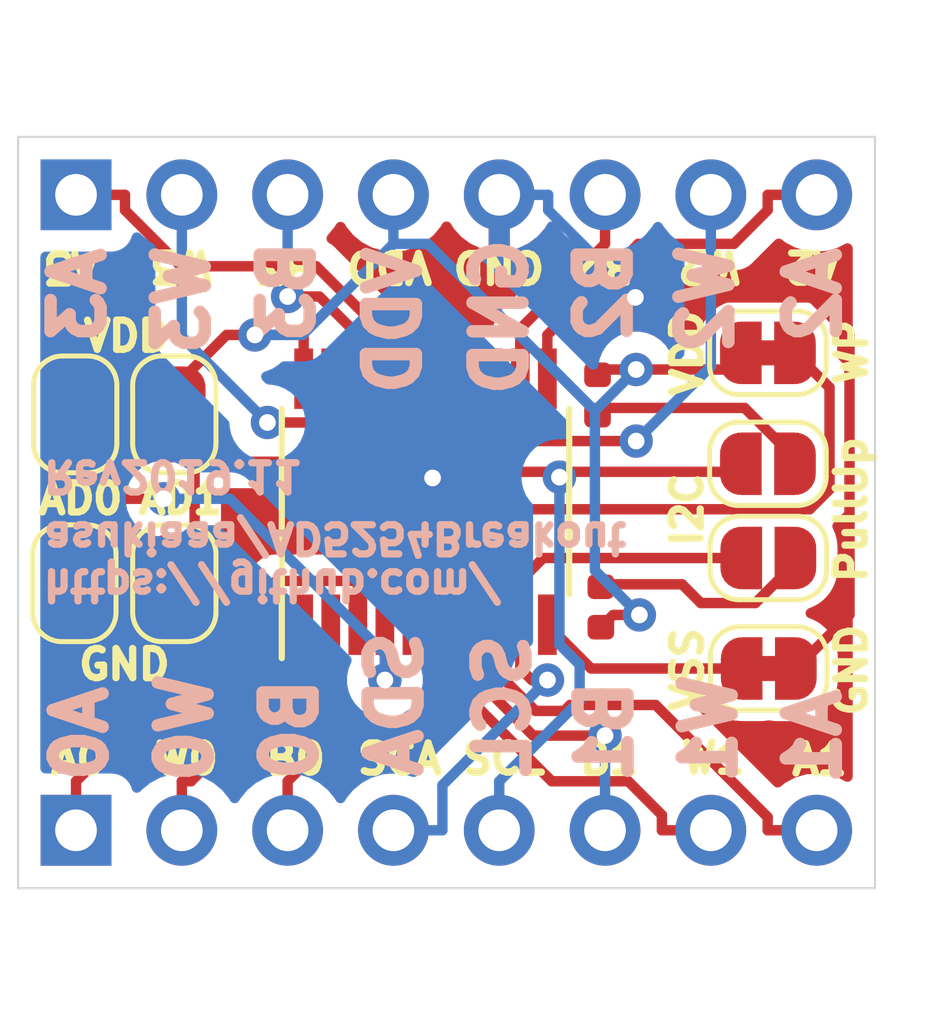
<source format=kicad_pcb>
(kicad_pcb (version 20171130) (host pcbnew 5.1.4-e60b266~84~ubuntu18.04.1)

  (general
    (thickness 1.6)
    (drawings 48)
    (tracks 163)
    (zones 0)
    (modules 13)
    (nets 23)
  )

  (page A4)
  (layers
    (0 F.Cu signal)
    (31 B.Cu signal)
    (32 B.Adhes user)
    (33 F.Adhes user)
    (34 B.Paste user)
    (35 F.Paste user)
    (36 B.SilkS user)
    (37 F.SilkS user)
    (38 B.Mask user)
    (39 F.Mask user)
    (40 Dwgs.User user)
    (41 Cmts.User user)
    (42 Eco1.User user)
    (43 Eco2.User user)
    (44 Edge.Cuts user)
    (45 Margin user)
    (46 B.CrtYd user)
    (47 F.CrtYd user)
    (48 B.Fab user)
    (49 F.Fab user)
  )

  (setup
    (last_trace_width 0.25)
    (trace_clearance 0.2)
    (zone_clearance 0.508)
    (zone_45_only no)
    (trace_min 0.2)
    (via_size 0.8)
    (via_drill 0.4)
    (via_min_size 0.4)
    (via_min_drill 0.3)
    (uvia_size 0.3)
    (uvia_drill 0.1)
    (uvias_allowed no)
    (uvia_min_size 0.2)
    (uvia_min_drill 0.1)
    (edge_width 0.05)
    (segment_width 0.2)
    (pcb_text_width 0.3)
    (pcb_text_size 1.5 1.5)
    (mod_edge_width 0.12)
    (mod_text_size 1 1)
    (mod_text_width 0.15)
    (pad_size 1.524 1.524)
    (pad_drill 0.762)
    (pad_to_mask_clearance 0.051)
    (solder_mask_min_width 0.25)
    (aux_axis_origin 0 0)
    (visible_elements FFFFFF7F)
    (pcbplotparams
      (layerselection 0x010fc_ffffffff)
      (usegerberextensions false)
      (usegerberattributes false)
      (usegerberadvancedattributes false)
      (creategerberjobfile false)
      (excludeedgelayer true)
      (linewidth 0.100000)
      (plotframeref false)
      (viasonmask false)
      (mode 1)
      (useauxorigin false)
      (hpglpennumber 1)
      (hpglpenspeed 20)
      (hpglpendiameter 15.000000)
      (psnegative false)
      (psa4output false)
      (plotreference true)
      (plotvalue true)
      (plotinvisibletext false)
      (padsonsilk false)
      (subtractmaskfromsilk false)
      (outputformat 1)
      (mirror false)
      (drillshape 1)
      (scaleselection 1)
      (outputdirectory ""))
  )

  (net 0 "")
  (net 1 /A1)
  (net 2 /W1)
  (net 3 /B1)
  (net 4 VDD)
  (net 5 /SCL)
  (net 6 /SDA)
  (net 7 GND)
  (net 8 /B0)
  (net 9 /W0)
  (net 10 /A0)
  (net 11 /W2)
  (net 12 /B2)
  (net 13 /WP)
  (net 14 /VSS)
  (net 15 /B3)
  (net 16 /W3)
  (net 17 /A3)
  (net 18 /AD0)
  (net 19 /AD1)
  (net 20 /A2)
  (net 21 "Net-(JP7-Pad1)")
  (net 22 "Net-(JP8-Pad1)")

  (net_class Default "This is the default net class."
    (clearance 0.2)
    (trace_width 0.25)
    (via_dia 0.8)
    (via_drill 0.4)
    (uvia_dia 0.3)
    (uvia_drill 0.1)
    (add_net /A0)
    (add_net /A1)
    (add_net /A2)
    (add_net /A3)
    (add_net /AD0)
    (add_net /AD1)
    (add_net /B0)
    (add_net /B1)
    (add_net /B2)
    (add_net /B3)
    (add_net /SCL)
    (add_net /SDA)
    (add_net /VSS)
    (add_net /W0)
    (add_net /W1)
    (add_net /W2)
    (add_net /W3)
    (add_net /WP)
    (add_net GND)
    (add_net "Net-(JP7-Pad1)")
    (add_net "Net-(JP8-Pad1)")
    (add_net VDD)
  )

  (module footprints:PinHeader_1x08_P2.54mm_Vertical_without_lines (layer F.Cu) (tedit 5DBAAF86) (tstamp 5DAE8BE0)
    (at 151.49 67.41 90)
    (descr "Through hole straight pin header, 1x08, 2.54mm pitch, single row")
    (tags "Through hole pin header THT 1x08 2.54mm single row")
    (path /5DAC28DC)
    (fp_text reference J2 (at 0 -2.33 90) (layer F.SilkS) hide
      (effects (font (size 1 1) (thickness 0.15)))
    )
    (fp_text value Conn_01x08 (at 0 20.11 90) (layer F.Fab)
      (effects (font (size 1 1) (thickness 0.15)))
    )
    (fp_line (start -0.635 -1.27) (end 1.27 -1.27) (layer F.Fab) (width 0.1))
    (fp_line (start 1.27 -1.27) (end 1.27 19.05) (layer F.Fab) (width 0.1))
    (fp_line (start 1.27 19.05) (end -1.27 19.05) (layer F.Fab) (width 0.1))
    (fp_line (start -1.27 19.05) (end -1.27 -0.635) (layer F.Fab) (width 0.1))
    (fp_line (start -1.27 -0.635) (end -0.635 -1.27) (layer F.Fab) (width 0.1))
    (fp_line (start -1.8 -1.8) (end -1.8 19.55) (layer F.CrtYd) (width 0.05))
    (fp_line (start -1.8 19.55) (end 1.8 19.55) (layer F.CrtYd) (width 0.05))
    (fp_line (start 1.8 19.55) (end 1.8 -1.8) (layer F.CrtYd) (width 0.05))
    (fp_line (start 1.8 -1.8) (end -1.8 -1.8) (layer F.CrtYd) (width 0.05))
    (fp_text user %R (at 0 8.89) (layer F.Fab)
      (effects (font (size 1 1) (thickness 0.15)))
    )
    (pad 1 thru_hole rect (at 0 0 90) (size 1.7 1.7) (drill 1) (layers *.Cu *.Mask)
      (net 17 /A3))
    (pad 2 thru_hole oval (at 0 2.54 90) (size 1.7 1.7) (drill 1) (layers *.Cu *.Mask)
      (net 16 /W3))
    (pad 3 thru_hole oval (at 0 5.08 90) (size 1.7 1.7) (drill 1) (layers *.Cu *.Mask)
      (net 15 /B3))
    (pad 4 thru_hole oval (at 0 7.62 90) (size 1.7 1.7) (drill 1) (layers *.Cu *.Mask)
      (net 4 VDD))
    (pad 5 thru_hole oval (at 0 10.16 90) (size 1.7 1.7) (drill 1) (layers *.Cu *.Mask)
      (net 7 GND))
    (pad 6 thru_hole oval (at 0 12.7 90) (size 1.7 1.7) (drill 1) (layers *.Cu *.Mask)
      (net 12 /B2))
    (pad 7 thru_hole oval (at 0 15.24 90) (size 1.7 1.7) (drill 1) (layers *.Cu *.Mask)
      (net 11 /W2))
    (pad 8 thru_hole oval (at 0 17.78 90) (size 1.7 1.7) (drill 1) (layers *.Cu *.Mask)
      (net 20 /A2))
    (model ${KISYS3DMOD}/Connector_PinHeader_2.54mm.3dshapes/PinHeader_1x08_P2.54mm_Vertical.wrl
      (at (xyz 0 0 0))
      (scale (xyz 1 1 1))
      (rotate (xyz 0 0 0))
    )
  )

  (module footprints:PinHeader_1x08_P2.54mm_Vertical_without_lines (layer F.Cu) (tedit 5DBAAF86) (tstamp 5DAE8BC2)
    (at 151.49 82.65 90)
    (descr "Through hole straight pin header, 1x08, 2.54mm pitch, single row")
    (tags "Through hole pin header THT 1x08 2.54mm single row")
    (path /5DAC1D04)
    (fp_text reference J1 (at 0 -2.33 90) (layer F.SilkS) hide
      (effects (font (size 1 1) (thickness 0.15)))
    )
    (fp_text value Conn_01x08 (at 0 20.11 90) (layer F.Fab)
      (effects (font (size 1 1) (thickness 0.15)))
    )
    (fp_line (start -0.635 -1.27) (end 1.27 -1.27) (layer F.Fab) (width 0.1))
    (fp_line (start 1.27 -1.27) (end 1.27 19.05) (layer F.Fab) (width 0.1))
    (fp_line (start 1.27 19.05) (end -1.27 19.05) (layer F.Fab) (width 0.1))
    (fp_line (start -1.27 19.05) (end -1.27 -0.635) (layer F.Fab) (width 0.1))
    (fp_line (start -1.27 -0.635) (end -0.635 -1.27) (layer F.Fab) (width 0.1))
    (fp_line (start -1.8 -1.8) (end -1.8 19.55) (layer F.CrtYd) (width 0.05))
    (fp_line (start -1.8 19.55) (end 1.8 19.55) (layer F.CrtYd) (width 0.05))
    (fp_line (start 1.8 19.55) (end 1.8 -1.8) (layer F.CrtYd) (width 0.05))
    (fp_line (start 1.8 -1.8) (end -1.8 -1.8) (layer F.CrtYd) (width 0.05))
    (fp_text user %R (at 0 8.89) (layer F.Fab)
      (effects (font (size 1 1) (thickness 0.15)))
    )
    (pad 1 thru_hole rect (at 0 0 90) (size 1.7 1.7) (drill 1) (layers *.Cu *.Mask)
      (net 10 /A0))
    (pad 2 thru_hole oval (at 0 2.54 90) (size 1.7 1.7) (drill 1) (layers *.Cu *.Mask)
      (net 9 /W0))
    (pad 3 thru_hole oval (at 0 5.08 90) (size 1.7 1.7) (drill 1) (layers *.Cu *.Mask)
      (net 8 /B0))
    (pad 4 thru_hole oval (at 0 7.62 90) (size 1.7 1.7) (drill 1) (layers *.Cu *.Mask)
      (net 6 /SDA))
    (pad 5 thru_hole oval (at 0 10.16 90) (size 1.7 1.7) (drill 1) (layers *.Cu *.Mask)
      (net 5 /SCL))
    (pad 6 thru_hole oval (at 0 12.7 90) (size 1.7 1.7) (drill 1) (layers *.Cu *.Mask)
      (net 3 /B1))
    (pad 7 thru_hole oval (at 0 15.24 90) (size 1.7 1.7) (drill 1) (layers *.Cu *.Mask)
      (net 2 /W1))
    (pad 8 thru_hole oval (at 0 17.78 90) (size 1.7 1.7) (drill 1) (layers *.Cu *.Mask)
      (net 1 /A1))
    (model ${KISYS3DMOD}/Connector_PinHeader_2.54mm.3dshapes/PinHeader_1x08_P2.54mm_Vertical.wrl
      (at (xyz 0 0 0))
      (scale (xyz 1 1 1))
      (rotate (xyz 0 0 0))
    )
  )

  (module Resistor_SMD:R_0402_1005Metric (layer F.Cu) (tedit 5B301BBD) (tstamp 5DB0D05C)
    (at 164.01 72.21 90)
    (descr "Resistor SMD 0402 (1005 Metric), square (rectangular) end terminal, IPC_7351 nominal, (Body size source: http://www.tortai-tech.com/upload/download/2011102023233369053.pdf), generated with kicad-footprint-generator")
    (tags resistor)
    (path /5DB21B86)
    (attr smd)
    (fp_text reference R2 (at 0 -1.17 90) (layer F.SilkS) hide
      (effects (font (size 1 1) (thickness 0.15)))
    )
    (fp_text value 10k (at 0 1.17 90) (layer F.Fab)
      (effects (font (size 1 1) (thickness 0.15)))
    )
    (fp_text user %R (at 0 0 90) (layer F.Fab)
      (effects (font (size 0.25 0.25) (thickness 0.04)))
    )
    (fp_line (start 0.93 0.47) (end -0.93 0.47) (layer F.CrtYd) (width 0.05))
    (fp_line (start 0.93 -0.47) (end 0.93 0.47) (layer F.CrtYd) (width 0.05))
    (fp_line (start -0.93 -0.47) (end 0.93 -0.47) (layer F.CrtYd) (width 0.05))
    (fp_line (start -0.93 0.47) (end -0.93 -0.47) (layer F.CrtYd) (width 0.05))
    (fp_line (start 0.5 0.25) (end -0.5 0.25) (layer F.Fab) (width 0.1))
    (fp_line (start 0.5 -0.25) (end 0.5 0.25) (layer F.Fab) (width 0.1))
    (fp_line (start -0.5 -0.25) (end 0.5 -0.25) (layer F.Fab) (width 0.1))
    (fp_line (start -0.5 0.25) (end -0.5 -0.25) (layer F.Fab) (width 0.1))
    (pad 2 smd roundrect (at 0.485 0 90) (size 0.59 0.64) (layers F.Cu F.Paste F.Mask) (roundrect_rratio 0.25)
      (net 4 VDD))
    (pad 1 smd roundrect (at -0.485 0 90) (size 0.59 0.64) (layers F.Cu F.Paste F.Mask) (roundrect_rratio 0.25)
      (net 22 "Net-(JP8-Pad1)"))
    (model ${KISYS3DMOD}/Resistor_SMD.3dshapes/R_0402_1005Metric.wrl
      (at (xyz 0 0 0))
      (scale (xyz 1 1 1))
      (rotate (xyz 0 0 0))
    )
  )

  (module Resistor_SMD:R_0402_1005Metric (layer F.Cu) (tedit 5B301BBD) (tstamp 5DB0D04D)
    (at 164.09 77.295 270)
    (descr "Resistor SMD 0402 (1005 Metric), square (rectangular) end terminal, IPC_7351 nominal, (Body size source: http://www.tortai-tech.com/upload/download/2011102023233369053.pdf), generated with kicad-footprint-generator")
    (tags resistor)
    (path /5DB1EE56)
    (attr smd)
    (fp_text reference R1 (at 0.015 -1.18 90) (layer F.SilkS) hide
      (effects (font (size 1 1) (thickness 0.15)))
    )
    (fp_text value 10k (at 0 1.17 90) (layer F.Fab)
      (effects (font (size 1 1) (thickness 0.15)))
    )
    (fp_text user %R (at 0 0 90) (layer F.Fab)
      (effects (font (size 0.25 0.25) (thickness 0.04)))
    )
    (fp_line (start 0.93 0.47) (end -0.93 0.47) (layer F.CrtYd) (width 0.05))
    (fp_line (start 0.93 -0.47) (end 0.93 0.47) (layer F.CrtYd) (width 0.05))
    (fp_line (start -0.93 -0.47) (end 0.93 -0.47) (layer F.CrtYd) (width 0.05))
    (fp_line (start -0.93 0.47) (end -0.93 -0.47) (layer F.CrtYd) (width 0.05))
    (fp_line (start 0.5 0.25) (end -0.5 0.25) (layer F.Fab) (width 0.1))
    (fp_line (start 0.5 -0.25) (end 0.5 0.25) (layer F.Fab) (width 0.1))
    (fp_line (start -0.5 -0.25) (end 0.5 -0.25) (layer F.Fab) (width 0.1))
    (fp_line (start -0.5 0.25) (end -0.5 -0.25) (layer F.Fab) (width 0.1))
    (pad 2 smd roundrect (at 0.485 0 270) (size 0.59 0.64) (layers F.Cu F.Paste F.Mask) (roundrect_rratio 0.25)
      (net 4 VDD))
    (pad 1 smd roundrect (at -0.485 0 270) (size 0.59 0.64) (layers F.Cu F.Paste F.Mask) (roundrect_rratio 0.25)
      (net 21 "Net-(JP7-Pad1)"))
    (model ${KISYS3DMOD}/Resistor_SMD.3dshapes/R_0402_1005Metric.wrl
      (at (xyz 0 0 0))
      (scale (xyz 1 1 1))
      (rotate (xyz 0 0 0))
    )
  )

  (module Jumper:SolderJumper-2_P1.3mm_Open_RoundedPad1.0x1.5mm (layer F.Cu) (tedit 5B391E66) (tstamp 5DB0D03E)
    (at 168.1 73.86 180)
    (descr "SMD Solder Jumper, 1x1.5mm, rounded Pads, 0.3mm gap, open")
    (tags "solder jumper open")
    (path /5DB21B90)
    (attr virtual)
    (fp_text reference JP8 (at 0 -1.8) (layer F.SilkS) hide
      (effects (font (size 1 1) (thickness 0.15)))
    )
    (fp_text value Jumper_NO_Small (at 0 1.9) (layer F.Fab) hide
      (effects (font (size 1 1) (thickness 0.15)))
    )
    (fp_line (start 1.65 1.25) (end -1.65 1.25) (layer F.CrtYd) (width 0.05))
    (fp_line (start 1.65 1.25) (end 1.65 -1.25) (layer F.CrtYd) (width 0.05))
    (fp_line (start -1.65 -1.25) (end -1.65 1.25) (layer F.CrtYd) (width 0.05))
    (fp_line (start -1.65 -1.25) (end 1.65 -1.25) (layer F.CrtYd) (width 0.05))
    (fp_line (start -0.7 -1) (end 0.7 -1) (layer F.SilkS) (width 0.12))
    (fp_line (start 1.4 -0.3) (end 1.4 0.3) (layer F.SilkS) (width 0.12))
    (fp_line (start 0.7 1) (end -0.7 1) (layer F.SilkS) (width 0.12))
    (fp_line (start -1.4 0.3) (end -1.4 -0.3) (layer F.SilkS) (width 0.12))
    (fp_arc (start -0.7 -0.3) (end -0.7 -1) (angle -90) (layer F.SilkS) (width 0.12))
    (fp_arc (start -0.7 0.3) (end -1.4 0.3) (angle -90) (layer F.SilkS) (width 0.12))
    (fp_arc (start 0.7 0.3) (end 0.7 1) (angle -90) (layer F.SilkS) (width 0.12))
    (fp_arc (start 0.7 -0.3) (end 1.4 -0.3) (angle -90) (layer F.SilkS) (width 0.12))
    (pad 2 smd custom (at 0.65 0 180) (size 1 0.5) (layers F.Cu F.Mask)
      (net 5 /SCL) (zone_connect 0)
      (options (clearance outline) (anchor rect))
      (primitives
        (gr_circle (center 0 0.25) (end 0.5 0.25) (width 0))
        (gr_circle (center 0 -0.25) (end 0.5 -0.25) (width 0))
        (gr_poly (pts
           (xy 0 -0.75) (xy -0.5 -0.75) (xy -0.5 0.75) (xy 0 0.75)) (width 0))
      ))
    (pad 1 smd custom (at -0.65 0 180) (size 1 0.5) (layers F.Cu F.Mask)
      (net 22 "Net-(JP8-Pad1)") (zone_connect 0)
      (options (clearance outline) (anchor rect))
      (primitives
        (gr_circle (center 0 0.25) (end 0.5 0.25) (width 0))
        (gr_circle (center 0 -0.25) (end 0.5 -0.25) (width 0))
        (gr_poly (pts
           (xy 0 -0.75) (xy 0.5 -0.75) (xy 0.5 0.75) (xy 0 0.75)) (width 0))
      ))
  )

  (module Jumper:SolderJumper-2_P1.3mm_Open_RoundedPad1.0x1.5mm (layer F.Cu) (tedit 5B391E66) (tstamp 5DB0D02C)
    (at 168.11 76.12 180)
    (descr "SMD Solder Jumper, 1x1.5mm, rounded Pads, 0.3mm gap, open")
    (tags "solder jumper open")
    (path /5DB1F712)
    (attr virtual)
    (fp_text reference JP7 (at 0 -1.8) (layer F.SilkS) hide
      (effects (font (size 1 1) (thickness 0.15)))
    )
    (fp_text value Jumper_NO_Small (at 0 1.9) (layer F.Fab) hide
      (effects (font (size 1 1) (thickness 0.15)))
    )
    (fp_line (start 1.65 1.25) (end -1.65 1.25) (layer F.CrtYd) (width 0.05))
    (fp_line (start 1.65 1.25) (end 1.65 -1.25) (layer F.CrtYd) (width 0.05))
    (fp_line (start -1.65 -1.25) (end -1.65 1.25) (layer F.CrtYd) (width 0.05))
    (fp_line (start -1.65 -1.25) (end 1.65 -1.25) (layer F.CrtYd) (width 0.05))
    (fp_line (start -0.7 -1) (end 0.7 -1) (layer F.SilkS) (width 0.12))
    (fp_line (start 1.4 -0.3) (end 1.4 0.3) (layer F.SilkS) (width 0.12))
    (fp_line (start 0.7 1) (end -0.7 1) (layer F.SilkS) (width 0.12))
    (fp_line (start -1.4 0.3) (end -1.4 -0.3) (layer F.SilkS) (width 0.12))
    (fp_arc (start -0.7 -0.3) (end -0.7 -1) (angle -90) (layer F.SilkS) (width 0.12))
    (fp_arc (start -0.7 0.3) (end -1.4 0.3) (angle -90) (layer F.SilkS) (width 0.12))
    (fp_arc (start 0.7 0.3) (end 0.7 1) (angle -90) (layer F.SilkS) (width 0.12))
    (fp_arc (start 0.7 -0.3) (end 1.4 -0.3) (angle -90) (layer F.SilkS) (width 0.12))
    (pad 2 smd custom (at 0.65 0 180) (size 1 0.5) (layers F.Cu F.Mask)
      (net 6 /SDA) (zone_connect 0)
      (options (clearance outline) (anchor rect))
      (primitives
        (gr_circle (center 0 0.25) (end 0.5 0.25) (width 0))
        (gr_circle (center 0 -0.25) (end 0.5 -0.25) (width 0))
        (gr_poly (pts
           (xy 0 -0.75) (xy -0.5 -0.75) (xy -0.5 0.75) (xy 0 0.75)) (width 0))
      ))
    (pad 1 smd custom (at -0.65 0 180) (size 1 0.5) (layers F.Cu F.Mask)
      (net 21 "Net-(JP7-Pad1)") (zone_connect 0)
      (options (clearance outline) (anchor rect))
      (primitives
        (gr_circle (center 0 0.25) (end 0.5 0.25) (width 0))
        (gr_circle (center 0 -0.25) (end 0.5 -0.25) (width 0))
        (gr_poly (pts
           (xy 0 -0.75) (xy 0.5 -0.75) (xy 0.5 0.75) (xy 0 0.75)) (width 0))
      ))
  )

  (module Jumper:SolderJumper-2_P1.3mm_Bridged_RoundedPad1.0x1.5mm (layer F.Cu) (tedit 5B391ABA) (tstamp 5DB0BD13)
    (at 168.12 78.77 180)
    (descr "SMD Solder Jumper, 1x1.5mm, rounded Pads, 0.3mm gap, bridged with 1 copper strip")
    (tags "solder jumper open")
    (path /5DB10C3D)
    (attr virtual)
    (fp_text reference JP6 (at 0 -1.8) (layer F.SilkS) hide
      (effects (font (size 1 1) (thickness 0.15)))
    )
    (fp_text value Jumper_NC_Small (at 0 1.9) (layer F.Fab) hide
      (effects (font (size 1 1) (thickness 0.15)))
    )
    (fp_line (start 1.65 1.25) (end -1.65 1.25) (layer F.CrtYd) (width 0.05))
    (fp_line (start 1.65 1.25) (end 1.65 -1.25) (layer F.CrtYd) (width 0.05))
    (fp_line (start -1.65 -1.25) (end -1.65 1.25) (layer F.CrtYd) (width 0.05))
    (fp_line (start -1.65 -1.25) (end 1.65 -1.25) (layer F.CrtYd) (width 0.05))
    (fp_line (start -0.7 -1) (end 0.7 -1) (layer F.SilkS) (width 0.12))
    (fp_line (start 1.4 -0.3) (end 1.4 0.3) (layer F.SilkS) (width 0.12))
    (fp_line (start 0.7 1) (end -0.7 1) (layer F.SilkS) (width 0.12))
    (fp_line (start -1.4 0.3) (end -1.4 -0.3) (layer F.SilkS) (width 0.12))
    (fp_arc (start -0.7 -0.3) (end -0.7 -1) (angle -90) (layer F.SilkS) (width 0.12))
    (fp_arc (start -0.7 0.3) (end -1.4 0.3) (angle -90) (layer F.SilkS) (width 0.12))
    (fp_arc (start 0.7 0.3) (end 0.7 1) (angle -90) (layer F.SilkS) (width 0.12))
    (fp_arc (start 0.7 -0.3) (end 1.4 -0.3) (angle -90) (layer F.SilkS) (width 0.12))
    (pad 2 smd custom (at 0.65 0 180) (size 1 0.5) (layers F.Cu F.Mask)
      (net 14 /VSS) (zone_connect 0)
      (options (clearance outline) (anchor rect))
      (primitives
        (gr_circle (center 0 0.25) (end 0.5 0.25) (width 0))
        (gr_circle (center 0 -0.25) (end 0.5 -0.25) (width 0))
        (gr_poly (pts
           (xy 0 -0.75) (xy -0.5 -0.75) (xy -0.5 0.75) (xy 0 0.75)) (width 0))
      ))
    (pad 1 smd custom (at -0.65 0 180) (size 1 0.5) (layers F.Cu F.Mask)
      (net 7 GND) (zone_connect 0)
      (options (clearance outline) (anchor rect))
      (primitives
        (gr_circle (center 0 0.25) (end 0.5 0.25) (width 0))
        (gr_circle (center 0 -0.25) (end 0.5 -0.25) (width 0))
        (gr_poly (pts
           (xy 0 -0.75) (xy 0.5 -0.75) (xy 0.5 0.75) (xy 0 0.75)) (width 0))
        (gr_poly (pts
           (xy 0.9 -0.3) (xy 0.4 -0.3) (xy 0.4 0.3) (xy 0.9 0.3)) (width 0))
      ))
  )

  (module Jumper:SolderJumper-2_P1.3mm_Bridged_RoundedPad1.0x1.5mm (layer F.Cu) (tedit 5B391ABA) (tstamp 5DB0BD01)
    (at 168.1 71.2)
    (descr "SMD Solder Jumper, 1x1.5mm, rounded Pads, 0.3mm gap, bridged with 1 copper strip")
    (tags "solder jumper open")
    (path /5DB08F92)
    (attr virtual)
    (fp_text reference JP5 (at 0 -1.8) (layer F.SilkS) hide
      (effects (font (size 1 1) (thickness 0.15)))
    )
    (fp_text value Jumper_NC_Small (at 0 1.9) (layer F.Fab) hide
      (effects (font (size 1 1) (thickness 0.15)))
    )
    (fp_line (start 1.65 1.25) (end -1.65 1.25) (layer F.CrtYd) (width 0.05))
    (fp_line (start 1.65 1.25) (end 1.65 -1.25) (layer F.CrtYd) (width 0.05))
    (fp_line (start -1.65 -1.25) (end -1.65 1.25) (layer F.CrtYd) (width 0.05))
    (fp_line (start -1.65 -1.25) (end 1.65 -1.25) (layer F.CrtYd) (width 0.05))
    (fp_line (start -0.7 -1) (end 0.7 -1) (layer F.SilkS) (width 0.12))
    (fp_line (start 1.4 -0.3) (end 1.4 0.3) (layer F.SilkS) (width 0.12))
    (fp_line (start 0.7 1) (end -0.7 1) (layer F.SilkS) (width 0.12))
    (fp_line (start -1.4 0.3) (end -1.4 -0.3) (layer F.SilkS) (width 0.12))
    (fp_arc (start -0.7 -0.3) (end -0.7 -1) (angle -90) (layer F.SilkS) (width 0.12))
    (fp_arc (start -0.7 0.3) (end -1.4 0.3) (angle -90) (layer F.SilkS) (width 0.12))
    (fp_arc (start 0.7 0.3) (end 0.7 1) (angle -90) (layer F.SilkS) (width 0.12))
    (fp_arc (start 0.7 -0.3) (end 1.4 -0.3) (angle -90) (layer F.SilkS) (width 0.12))
    (pad 2 smd custom (at 0.65 0) (size 1 0.5) (layers F.Cu F.Mask)
      (net 13 /WP) (zone_connect 0)
      (options (clearance outline) (anchor rect))
      (primitives
        (gr_circle (center 0 0.25) (end 0.5 0.25) (width 0))
        (gr_circle (center 0 -0.25) (end 0.5 -0.25) (width 0))
        (gr_poly (pts
           (xy 0 -0.75) (xy -0.5 -0.75) (xy -0.5 0.75) (xy 0 0.75)) (width 0))
      ))
    (pad 1 smd custom (at -0.65 0) (size 1 0.5) (layers F.Cu F.Mask)
      (net 4 VDD) (zone_connect 0)
      (options (clearance outline) (anchor rect))
      (primitives
        (gr_circle (center 0 0.25) (end 0.5 0.25) (width 0))
        (gr_circle (center 0 -0.25) (end 0.5 -0.25) (width 0))
        (gr_poly (pts
           (xy 0 -0.75) (xy 0.5 -0.75) (xy 0.5 0.75) (xy 0 0.75)) (width 0))
        (gr_poly (pts
           (xy 0.9 -0.3) (xy 0.4 -0.3) (xy 0.4 0.3) (xy 0.9 0.3)) (width 0))
      ))
  )

  (module Package_SO:TSSOP-20_4.4x6.5mm_P0.65mm (layer F.Cu) (tedit 5A02F25C) (tstamp 5DAE8C4C)
    (at 159.88 74.77 90)
    (descr "20-Lead Plastic Thin Shrink Small Outline (ST)-4.4 mm Body [TSSOP] (see Microchip Packaging Specification 00000049BS.pdf)")
    (tags "SSOP 0.65")
    (path /5DAC10E7)
    (attr smd)
    (fp_text reference U1 (at 0 -4.3 90) (layer F.SilkS) hide
      (effects (font (size 1 1) (thickness 0.15)))
    )
    (fp_text value AD5254 (at 0 4.3 90) (layer F.Fab)
      (effects (font (size 1 1) (thickness 0.15)))
    )
    (fp_text user %R (at 0 0 90) (layer F.Fab)
      (effects (font (size 0.8 0.8) (thickness 0.15)))
    )
    (fp_line (start -3.75 -3.45) (end 2.225 -3.45) (layer F.SilkS) (width 0.15))
    (fp_line (start -2.225 3.45) (end 2.225 3.45) (layer F.SilkS) (width 0.15))
    (fp_line (start -3.95 3.55) (end 3.95 3.55) (layer F.CrtYd) (width 0.05))
    (fp_line (start -3.95 -3.55) (end 3.95 -3.55) (layer F.CrtYd) (width 0.05))
    (fp_line (start 3.95 -3.55) (end 3.95 3.55) (layer F.CrtYd) (width 0.05))
    (fp_line (start -3.95 -3.55) (end -3.95 3.55) (layer F.CrtYd) (width 0.05))
    (fp_line (start -2.2 -2.25) (end -1.2 -3.25) (layer F.Fab) (width 0.15))
    (fp_line (start -2.2 3.25) (end -2.2 -2.25) (layer F.Fab) (width 0.15))
    (fp_line (start 2.2 3.25) (end -2.2 3.25) (layer F.Fab) (width 0.15))
    (fp_line (start 2.2 -3.25) (end 2.2 3.25) (layer F.Fab) (width 0.15))
    (fp_line (start -1.2 -3.25) (end 2.2 -3.25) (layer F.Fab) (width 0.15))
    (pad 20 smd rect (at 2.95 -2.925 90) (size 1.45 0.45) (layers F.Cu F.Paste F.Mask)
      (net 4 VDD))
    (pad 19 smd rect (at 2.95 -2.275 90) (size 1.45 0.45) (layers F.Cu F.Paste F.Mask)
      (net 16 /W3))
    (pad 18 smd rect (at 2.95 -1.625 90) (size 1.45 0.45) (layers F.Cu F.Paste F.Mask)
      (net 15 /B3))
    (pad 17 smd rect (at 2.95 -0.975 90) (size 1.45 0.45) (layers F.Cu F.Paste F.Mask)
      (net 17 /A3))
    (pad 16 smd rect (at 2.95 -0.325 90) (size 1.45 0.45) (layers F.Cu F.Paste F.Mask)
      (net 19 /AD1))
    (pad 15 smd rect (at 2.95 0.325 90) (size 1.45 0.45) (layers F.Cu F.Paste F.Mask)
      (net 7 GND))
    (pad 14 smd rect (at 2.95 0.975 90) (size 1.45 0.45) (layers F.Cu F.Paste F.Mask)
      (net 5 /SCL))
    (pad 13 smd rect (at 2.95 1.625 90) (size 1.45 0.45) (layers F.Cu F.Paste F.Mask)
      (net 11 /W2))
    (pad 12 smd rect (at 2.95 2.275 90) (size 1.45 0.45) (layers F.Cu F.Paste F.Mask)
      (net 12 /B2))
    (pad 11 smd rect (at 2.95 2.925 90) (size 1.45 0.45) (layers F.Cu F.Paste F.Mask)
      (net 20 /A2))
    (pad 10 smd rect (at -2.95 2.925 90) (size 1.45 0.45) (layers F.Cu F.Paste F.Mask)
      (net 14 /VSS))
    (pad 9 smd rect (at -2.95 2.275 90) (size 1.45 0.45) (layers F.Cu F.Paste F.Mask)
      (net 6 /SDA))
    (pad 8 smd rect (at -2.95 1.625 90) (size 1.45 0.45) (layers F.Cu F.Paste F.Mask)
      (net 1 /A1))
    (pad 7 smd rect (at -2.95 0.975 90) (size 1.45 0.45) (layers F.Cu F.Paste F.Mask)
      (net 3 /B1))
    (pad 6 smd rect (at -2.95 0.325 90) (size 1.45 0.45) (layers F.Cu F.Paste F.Mask)
      (net 2 /W1))
    (pad 5 smd rect (at -2.95 -0.325 90) (size 1.45 0.45) (layers F.Cu F.Paste F.Mask)
      (net 13 /WP))
    (pad 4 smd rect (at -2.95 -0.975 90) (size 1.45 0.45) (layers F.Cu F.Paste F.Mask)
      (net 18 /AD0))
    (pad 3 smd rect (at -2.95 -1.625 90) (size 1.45 0.45) (layers F.Cu F.Paste F.Mask)
      (net 10 /A0))
    (pad 2 smd rect (at -2.95 -2.275 90) (size 1.45 0.45) (layers F.Cu F.Paste F.Mask)
      (net 8 /B0))
    (pad 1 smd rect (at -2.95 -2.925 90) (size 1.45 0.45) (layers F.Cu F.Paste F.Mask)
      (net 9 /W0))
    (model ${KISYS3DMOD}/Package_SO.3dshapes/TSSOP-20_4.4x6.5mm_P0.65mm.wrl
      (at (xyz 0 0 0))
      (scale (xyz 1 1 1))
      (rotate (xyz 0 0 0))
    )
  )

  (module Jumper:SolderJumper-2_P1.3mm_Open_RoundedPad1.0x1.5mm (layer F.Cu) (tedit 5B391E66) (tstamp 5DAE8C28)
    (at 153.85 76.725 270)
    (descr "SMD Solder Jumper, 1x1.5mm, rounded Pads, 0.3mm gap, open")
    (tags "solder jumper open")
    (path /5DAEADA8)
    (attr virtual)
    (fp_text reference JP4 (at 0 -1.8 90) (layer F.SilkS) hide
      (effects (font (size 1 1) (thickness 0.15)))
    )
    (fp_text value Jumper_NO_Small (at 0 1.9 90) (layer F.Fab) hide
      (effects (font (size 1 1) (thickness 0.15)))
    )
    (fp_line (start 1.65 1.25) (end -1.65 1.25) (layer F.CrtYd) (width 0.05))
    (fp_line (start 1.65 1.25) (end 1.65 -1.25) (layer F.CrtYd) (width 0.05))
    (fp_line (start -1.65 -1.25) (end -1.65 1.25) (layer F.CrtYd) (width 0.05))
    (fp_line (start -1.65 -1.25) (end 1.65 -1.25) (layer F.CrtYd) (width 0.05))
    (fp_line (start -0.7 -1) (end 0.7 -1) (layer F.SilkS) (width 0.12))
    (fp_line (start 1.4 -0.3) (end 1.4 0.3) (layer F.SilkS) (width 0.12))
    (fp_line (start 0.7 1) (end -0.7 1) (layer F.SilkS) (width 0.12))
    (fp_line (start -1.4 0.3) (end -1.4 -0.3) (layer F.SilkS) (width 0.12))
    (fp_arc (start -0.7 -0.3) (end -0.7 -1) (angle -90) (layer F.SilkS) (width 0.12))
    (fp_arc (start -0.7 0.3) (end -1.4 0.3) (angle -90) (layer F.SilkS) (width 0.12))
    (fp_arc (start 0.7 0.3) (end 0.7 1) (angle -90) (layer F.SilkS) (width 0.12))
    (fp_arc (start 0.7 -0.3) (end 1.4 -0.3) (angle -90) (layer F.SilkS) (width 0.12))
    (pad 2 smd custom (at 0.65 0 270) (size 1 0.5) (layers F.Cu F.Mask)
      (net 7 GND) (zone_connect 0)
      (options (clearance outline) (anchor rect))
      (primitives
        (gr_circle (center 0 0.25) (end 0.5 0.25) (width 0))
        (gr_circle (center 0 -0.25) (end 0.5 -0.25) (width 0))
        (gr_poly (pts
           (xy 0 -0.75) (xy -0.5 -0.75) (xy -0.5 0.75) (xy 0 0.75)) (width 0))
      ))
    (pad 1 smd custom (at -0.65 0 270) (size 1 0.5) (layers F.Cu F.Mask)
      (net 19 /AD1) (zone_connect 0)
      (options (clearance outline) (anchor rect))
      (primitives
        (gr_circle (center 0 0.25) (end 0.5 0.25) (width 0))
        (gr_circle (center 0 -0.25) (end 0.5 -0.25) (width 0))
        (gr_poly (pts
           (xy 0 -0.75) (xy 0.5 -0.75) (xy 0.5 0.75) (xy 0 0.75)) (width 0))
      ))
  )

  (module Jumper:SolderJumper-2_P1.3mm_Bridged_RoundedPad1.0x1.5mm (layer F.Cu) (tedit 5B391ABA) (tstamp 5DAE8C16)
    (at 153.85 72.675 90)
    (descr "SMD Solder Jumper, 1x1.5mm, rounded Pads, 0.3mm gap, bridged with 1 copper strip")
    (tags "solder jumper open")
    (path /5DAEAD9C)
    (attr virtual)
    (fp_text reference JP3 (at 0 -1.8 90) (layer F.SilkS) hide
      (effects (font (size 1 1) (thickness 0.15)))
    )
    (fp_text value Jumper_NC_Small (at 0 1.9 90) (layer F.Fab) hide
      (effects (font (size 1 1) (thickness 0.15)))
    )
    (fp_line (start 1.65 1.25) (end -1.65 1.25) (layer F.CrtYd) (width 0.05))
    (fp_line (start 1.65 1.25) (end 1.65 -1.25) (layer F.CrtYd) (width 0.05))
    (fp_line (start -1.65 -1.25) (end -1.65 1.25) (layer F.CrtYd) (width 0.05))
    (fp_line (start -1.65 -1.25) (end 1.65 -1.25) (layer F.CrtYd) (width 0.05))
    (fp_line (start -0.7 -1) (end 0.7 -1) (layer F.SilkS) (width 0.12))
    (fp_line (start 1.4 -0.3) (end 1.4 0.3) (layer F.SilkS) (width 0.12))
    (fp_line (start 0.7 1) (end -0.7 1) (layer F.SilkS) (width 0.12))
    (fp_line (start -1.4 0.3) (end -1.4 -0.3) (layer F.SilkS) (width 0.12))
    (fp_arc (start -0.7 -0.3) (end -0.7 -1) (angle -90) (layer F.SilkS) (width 0.12))
    (fp_arc (start -0.7 0.3) (end -1.4 0.3) (angle -90) (layer F.SilkS) (width 0.12))
    (fp_arc (start 0.7 0.3) (end 0.7 1) (angle -90) (layer F.SilkS) (width 0.12))
    (fp_arc (start 0.7 -0.3) (end 1.4 -0.3) (angle -90) (layer F.SilkS) (width 0.12))
    (pad 2 smd custom (at 0.65 0 90) (size 1 0.5) (layers F.Cu F.Mask)
      (net 4 VDD) (zone_connect 0)
      (options (clearance outline) (anchor rect))
      (primitives
        (gr_circle (center 0 0.25) (end 0.5 0.25) (width 0))
        (gr_circle (center 0 -0.25) (end 0.5 -0.25) (width 0))
        (gr_poly (pts
           (xy 0 -0.75) (xy -0.5 -0.75) (xy -0.5 0.75) (xy 0 0.75)) (width 0))
      ))
    (pad 1 smd custom (at -0.65 0 90) (size 1 0.5) (layers F.Cu F.Mask)
      (net 19 /AD1) (zone_connect 0)
      (options (clearance outline) (anchor rect))
      (primitives
        (gr_circle (center 0 0.25) (end 0.5 0.25) (width 0))
        (gr_circle (center 0 -0.25) (end 0.5 -0.25) (width 0))
        (gr_poly (pts
           (xy 0 -0.75) (xy 0.5 -0.75) (xy 0.5 0.75) (xy 0 0.75)) (width 0))
        (gr_poly (pts
           (xy 0.9 -0.3) (xy 0.4 -0.3) (xy 0.4 0.3) (xy 0.9 0.3)) (width 0))
      ))
  )

  (module Jumper:SolderJumper-2_P1.3mm_Open_RoundedPad1.0x1.5mm (layer F.Cu) (tedit 5B391E66) (tstamp 5DAE8C04)
    (at 151.45 76.725 270)
    (descr "SMD Solder Jumper, 1x1.5mm, rounded Pads, 0.3mm gap, open")
    (tags "solder jumper open")
    (path /5DAE5BE6)
    (attr virtual)
    (fp_text reference JP2 (at 0 -1.8 90) (layer F.SilkS) hide
      (effects (font (size 1 1) (thickness 0.15)))
    )
    (fp_text value Jumper_NO_Small (at 0 1.9 90) (layer F.Fab) hide
      (effects (font (size 1 1) (thickness 0.15)))
    )
    (fp_line (start 1.65 1.25) (end -1.65 1.25) (layer F.CrtYd) (width 0.05))
    (fp_line (start 1.65 1.25) (end 1.65 -1.25) (layer F.CrtYd) (width 0.05))
    (fp_line (start -1.65 -1.25) (end -1.65 1.25) (layer F.CrtYd) (width 0.05))
    (fp_line (start -1.65 -1.25) (end 1.65 -1.25) (layer F.CrtYd) (width 0.05))
    (fp_line (start -0.7 -1) (end 0.7 -1) (layer F.SilkS) (width 0.12))
    (fp_line (start 1.4 -0.3) (end 1.4 0.3) (layer F.SilkS) (width 0.12))
    (fp_line (start 0.7 1) (end -0.7 1) (layer F.SilkS) (width 0.12))
    (fp_line (start -1.4 0.3) (end -1.4 -0.3) (layer F.SilkS) (width 0.12))
    (fp_arc (start -0.7 -0.3) (end -0.7 -1) (angle -90) (layer F.SilkS) (width 0.12))
    (fp_arc (start -0.7 0.3) (end -1.4 0.3) (angle -90) (layer F.SilkS) (width 0.12))
    (fp_arc (start 0.7 0.3) (end 0.7 1) (angle -90) (layer F.SilkS) (width 0.12))
    (fp_arc (start 0.7 -0.3) (end 1.4 -0.3) (angle -90) (layer F.SilkS) (width 0.12))
    (pad 2 smd custom (at 0.65 0 270) (size 1 0.5) (layers F.Cu F.Mask)
      (net 7 GND) (zone_connect 0)
      (options (clearance outline) (anchor rect))
      (primitives
        (gr_circle (center 0 0.25) (end 0.5 0.25) (width 0))
        (gr_circle (center 0 -0.25) (end 0.5 -0.25) (width 0))
        (gr_poly (pts
           (xy 0 -0.75) (xy -0.5 -0.75) (xy -0.5 0.75) (xy 0 0.75)) (width 0))
      ))
    (pad 1 smd custom (at -0.65 0 270) (size 1 0.5) (layers F.Cu F.Mask)
      (net 18 /AD0) (zone_connect 0)
      (options (clearance outline) (anchor rect))
      (primitives
        (gr_circle (center 0 0.25) (end 0.5 0.25) (width 0))
        (gr_circle (center 0 -0.25) (end 0.5 -0.25) (width 0))
        (gr_poly (pts
           (xy 0 -0.75) (xy 0.5 -0.75) (xy 0.5 0.75) (xy 0 0.75)) (width 0))
      ))
  )

  (module Jumper:SolderJumper-2_P1.3mm_Bridged_RoundedPad1.0x1.5mm (layer F.Cu) (tedit 5B391ABA) (tstamp 5DAE8BF2)
    (at 151.47 72.675 90)
    (descr "SMD Solder Jumper, 1x1.5mm, rounded Pads, 0.3mm gap, bridged with 1 copper strip")
    (tags "solder jumper open")
    (path /5DAC9B57)
    (attr virtual)
    (fp_text reference JP1 (at 0 -1.8 90) (layer F.SilkS) hide
      (effects (font (size 1 1) (thickness 0.15)))
    )
    (fp_text value Jumper_NC_Small (at 0 1.9 90) (layer F.Fab) hide
      (effects (font (size 1 1) (thickness 0.15)))
    )
    (fp_line (start 1.65 1.25) (end -1.65 1.25) (layer F.CrtYd) (width 0.05))
    (fp_line (start 1.65 1.25) (end 1.65 -1.25) (layer F.CrtYd) (width 0.05))
    (fp_line (start -1.65 -1.25) (end -1.65 1.25) (layer F.CrtYd) (width 0.05))
    (fp_line (start -1.65 -1.25) (end 1.65 -1.25) (layer F.CrtYd) (width 0.05))
    (fp_line (start -0.7 -1) (end 0.7 -1) (layer F.SilkS) (width 0.12))
    (fp_line (start 1.4 -0.3) (end 1.4 0.3) (layer F.SilkS) (width 0.12))
    (fp_line (start 0.7 1) (end -0.7 1) (layer F.SilkS) (width 0.12))
    (fp_line (start -1.4 0.3) (end -1.4 -0.3) (layer F.SilkS) (width 0.12))
    (fp_arc (start -0.7 -0.3) (end -0.7 -1) (angle -90) (layer F.SilkS) (width 0.12))
    (fp_arc (start -0.7 0.3) (end -1.4 0.3) (angle -90) (layer F.SilkS) (width 0.12))
    (fp_arc (start 0.7 0.3) (end 0.7 1) (angle -90) (layer F.SilkS) (width 0.12))
    (fp_arc (start 0.7 -0.3) (end 1.4 -0.3) (angle -90) (layer F.SilkS) (width 0.12))
    (pad 2 smd custom (at 0.65 0 90) (size 1 0.5) (layers F.Cu F.Mask)
      (net 4 VDD) (zone_connect 0)
      (options (clearance outline) (anchor rect))
      (primitives
        (gr_circle (center 0 0.25) (end 0.5 0.25) (width 0))
        (gr_circle (center 0 -0.25) (end 0.5 -0.25) (width 0))
        (gr_poly (pts
           (xy 0 -0.75) (xy -0.5 -0.75) (xy -0.5 0.75) (xy 0 0.75)) (width 0))
      ))
    (pad 1 smd custom (at -0.65 0 90) (size 1 0.5) (layers F.Cu F.Mask)
      (net 18 /AD0) (zone_connect 0)
      (options (clearance outline) (anchor rect))
      (primitives
        (gr_circle (center 0 0.25) (end 0.5 0.25) (width 0))
        (gr_circle (center 0 -0.25) (end 0.5 -0.25) (width 0))
        (gr_poly (pts
           (xy 0 -0.75) (xy 0.5 -0.75) (xy 0.5 0.75) (xy 0 0.75)) (width 0))
        (gr_poly (pts
           (xy 0.9 -0.3) (xy 0.4 -0.3) (xy 0.4 0.3) (xy 0.9 0.3)) (width 0))
      ))
  )

  (gr_text Rev2019.11 (at 153.825 74.15 180) (layer B.SilkS) (tstamp 5DBB08F0)
    (effects (font (size 0.7 0.7) (thickness 0.175)) (justify mirror))
  )
  (gr_text PullUp (at 170.1 74.96 90) (layer F.SilkS) (tstamp 5DBB0675)
    (effects (font (size 0.7 0.7) (thickness 0.175)))
  )
  (gr_text A3 (at 151.54 69.82 90) (layer B.SilkS) (tstamp 5DBB056B)
    (effects (font (size 1.2 1.2) (thickness 0.3)) (justify mirror))
  )
  (gr_text W3 (at 154.04 69.93 90) (layer B.SilkS) (tstamp 5DBB056B)
    (effects (font (size 1.2 1.2) (thickness 0.3)) (justify mirror))
  )
  (gr_text B3 (at 156.56 69.73 90) (layer B.SilkS) (tstamp 5DBB056B)
    (effects (font (size 1.2 1.2) (thickness 0.3)) (justify mirror))
  )
  (gr_text VDD (at 159.11 70.43 90) (layer B.SilkS) (tstamp 5DBB056B)
    (effects (font (size 1.2 1.2) (thickness 0.3)) (justify mirror))
  )
  (gr_text GND (at 161.67 70.34 90) (layer B.SilkS) (tstamp 5DBB056B)
    (effects (font (size 1.2 1.2) (thickness 0.3)) (justify mirror))
  )
  (gr_text B2 (at 164.17 69.73 90) (layer B.SilkS) (tstamp 5DBB056B)
    (effects (font (size 1.2 1.2) (thickness 0.3)) (justify mirror))
  )
  (gr_text W2 (at 166.61 69.91 90) (layer B.SilkS) (tstamp 5DBB056B)
    (effects (font (size 1.2 1.2) (thickness 0.3)) (justify mirror))
  )
  (gr_text A2 (at 169.19 69.82 90) (layer B.SilkS) (tstamp 5DBB056B)
    (effects (font (size 1.2 1.2) (thickness 0.3)) (justify mirror))
  )
  (gr_text A1 (at 169.19 80.41 90) (layer B.SilkS) (tstamp 5DBB056B)
    (effects (font (size 1.2 1.2) (thickness 0.3)) (justify mirror))
  )
  (gr_text W1 (at 166.69 80.21 90) (layer B.SilkS) (tstamp 5DBB056B)
    (effects (font (size 1.2 1.2) (thickness 0.3)) (justify mirror))
  )
  (gr_text B1 (at 164.19 80.28 90) (layer B.SilkS) (tstamp 5DBB056B)
    (effects (font (size 1.2 1.2) (thickness 0.3)) (justify mirror))
  )
  (gr_text SCL (at 161.74 79.66 90) (layer B.SilkS) (tstamp 5DBB056B)
    (effects (font (size 1.2 1.2) (thickness 0.3)) (justify mirror))
  )
  (gr_text SDA (at 159.15 79.62 90) (layer B.SilkS) (tstamp 5DBB056B)
    (effects (font (size 1.2 1.2) (thickness 0.3)) (justify mirror))
  )
  (gr_text B0 (at 156.63 80.23 90) (layer B.SilkS) (tstamp 5DBB056B)
    (effects (font (size 1.2 1.2) (thickness 0.3)) (justify mirror))
  )
  (gr_text W0 (at 154.11 80.19 90) (layer B.SilkS) (tstamp 5DBB056B)
    (effects (font (size 1.2 1.2) (thickness 0.3)) (justify mirror))
  )
  (gr_text A0 (at 151.59 80.34 90) (layer B.SilkS) (tstamp 5DBB0567)
    (effects (font (size 1.2 1.2) (thickness 0.3)) (justify mirror))
  )
  (gr_text "https://github.com/\nasukiaaa/AD5254Breakout" (at 150.622 76.2 180) (layer B.SilkS)
    (effects (font (size 0.7 0.7) (thickness 0.175)) (justify left mirror))
  )
  (gr_text A0 (at 151.55 80.94) (layer F.SilkS) (tstamp 5DBB02B0)
    (effects (font (size 0.7 0.7) (thickness 0.175)))
  )
  (gr_text W0 (at 154.14 80.94) (layer F.SilkS) (tstamp 5DBB02B0)
    (effects (font (size 0.7 0.7) (thickness 0.175)))
  )
  (gr_text B0 (at 156.76 80.94) (layer F.SilkS) (tstamp 5DBB02B0)
    (effects (font (size 0.7 0.7) (thickness 0.175)))
  )
  (gr_text SCA (at 159.26 80.94) (layer F.SilkS) (tstamp 5DBB02B0)
    (effects (font (size 0.7 0.7) (thickness 0.175)))
  )
  (gr_text SCL (at 161.76 80.94) (layer F.SilkS) (tstamp 5DBB02B0)
    (effects (font (size 0.7 0.7) (thickness 0.175)))
  )
  (gr_text B1 (at 164.29 80.94) (layer F.SilkS) (tstamp 5DBB02B0)
    (effects (font (size 0.7 0.7) (thickness 0.175)))
  )
  (gr_text W1 (at 166.79 80.92) (layer F.SilkS) (tstamp 5DBB02B0)
    (effects (font (size 0.7 0.7) (thickness 0.175)))
  )
  (gr_text A1 (at 169.34 80.96) (layer F.SilkS) (tstamp 5DBB0286)
    (effects (font (size 0.7 0.7) (thickness 0.175)))
  )
  (gr_text A2 (at 169.17 69.12 180) (layer F.SilkS) (tstamp 5DBB0286)
    (effects (font (size 0.7 0.7) (thickness 0.175)))
  )
  (gr_text W2 (at 166.7 69.13 180) (layer F.SilkS) (tstamp 5DBB0286)
    (effects (font (size 0.7 0.7) (thickness 0.175)))
  )
  (gr_text B2 (at 164.18 69.12 180) (layer F.SilkS) (tstamp 5DBB0286)
    (effects (font (size 0.7 0.7) (thickness 0.175)))
  )
  (gr_text GND (at 161.64 69.13 180) (layer F.SilkS) (tstamp 5DBB0286)
    (effects (font (size 0.7 0.7) (thickness 0.175)))
  )
  (gr_text VDD (at 159.01 69.13 180) (layer F.SilkS) (tstamp 5DBB0286)
    (effects (font (size 0.7 0.7) (thickness 0.175)))
  )
  (gr_text B3 (at 156.5 69.13 180) (layer F.SilkS) (tstamp 5DBB0286)
    (effects (font (size 0.7 0.7) (thickness 0.175)))
  )
  (gr_text W3 (at 154.02 69.12 180) (layer F.SilkS) (tstamp 5DBB0269)
    (effects (font (size 0.7 0.7) (thickness 0.175)))
  )
  (gr_text A3 (at 151.36 69.14 180) (layer F.SilkS) (tstamp 5DBB0269)
    (effects (font (size 0.7 0.7) (thickness 0.175)))
  )
  (gr_text I2C (at 166.16 74.96 90) (layer F.SilkS) (tstamp 5DBAADA1)
    (effects (font (size 0.7 0.7) (thickness 0.175)))
  )
  (gr_text GND (at 170.11 78.81 90) (layer F.SilkS) (tstamp 5DBAADA1)
    (effects (font (size 0.7 0.7) (thickness 0.175)))
  )
  (gr_text VSS (at 166.17 78.79 90) (layer F.SilkS) (tstamp 5DBAADA1)
    (effects (font (size 0.7 0.7) (thickness 0.175)))
  )
  (gr_text VDD (at 166.17 71.2 90) (layer F.SilkS) (tstamp 5DBAADA1)
    (effects (font (size 0.7 0.7) (thickness 0.175)))
  )
  (gr_text WP (at 170.11 71.18 90) (layer F.SilkS) (tstamp 5DBAADA1)
    (effects (font (size 0.7 0.7) (thickness 0.175)))
  )
  (gr_text VDD (at 152.7 70.8) (layer F.SilkS) (tstamp 5DBA1F82)
    (effects (font (size 0.7 0.7) (thickness 0.175)))
  )
  (gr_text GND (at 152.65 78.675) (layer F.SilkS) (tstamp 5DBA1F82)
    (effects (font (size 0.7 0.7) (thickness 0.175)))
  )
  (gr_text AD1 (at 154 74.7) (layer F.SilkS) (tstamp 5DBA1F82)
    (effects (font (size 0.7 0.7) (thickness 0.175)))
  )
  (gr_text AD0 (at 151.6 74.7) (layer F.SilkS)
    (effects (font (size 0.7 0.7) (thickness 0.175)))
  )
  (gr_line (start 170.67 66.02) (end 150.1 66.02) (layer Edge.Cuts) (width 0.05))
  (gr_line (start 170.67 84.04) (end 170.67 66.02) (layer Edge.Cuts) (width 0.05))
  (gr_line (start 150.1 84.04) (end 170.67 84.04) (layer Edge.Cuts) (width 0.05))
  (gr_line (start 150.1 66.02) (end 150.1 84.04) (layer Edge.Cuts) (width 0.05))

  (segment (start 161.505 77.72) (end 161.505 78.7703) (width 0.25) (layer F.Cu) (net 1))
  (segment (start 168.0947 82.65) (end 168.0947 82.3346) (width 0.25) (layer F.Cu) (net 1))
  (segment (start 168.0947 82.3346) (end 165.4049 79.6448) (width 0.25) (layer F.Cu) (net 1))
  (segment (start 165.4049 79.6448) (end 163.3508 79.6448) (width 0.25) (layer F.Cu) (net 1))
  (segment (start 163.3508 79.6448) (end 163.2085 79.7871) (width 0.25) (layer F.Cu) (net 1))
  (segment (start 163.2085 79.7871) (end 162.5218 79.7871) (width 0.25) (layer F.Cu) (net 1))
  (segment (start 162.5218 79.7871) (end 161.505 78.7703) (width 0.25) (layer F.Cu) (net 1))
  (segment (start 169.27 82.65) (end 168.0947 82.65) (width 0.25) (layer F.Cu) (net 1))
  (segment (start 160.205 77.72) (end 160.205 78.7703) (width 0.25) (layer F.Cu) (net 2))
  (segment (start 166.73 82.65) (end 165.5547 82.65) (width 0.25) (layer F.Cu) (net 2))
  (segment (start 160.205 78.7703) (end 162.9094 81.4747) (width 0.25) (layer F.Cu) (net 2))
  (segment (start 162.9094 81.4747) (end 164.7468 81.4747) (width 0.25) (layer F.Cu) (net 2))
  (segment (start 164.7468 81.4747) (end 165.5547 82.2826) (width 0.25) (layer F.Cu) (net 2))
  (segment (start 165.5547 82.2826) (end 165.5547 82.65) (width 0.25) (layer F.Cu) (net 2))
  (segment (start 160.855 77.72) (end 160.855 78.7703) (width 0.25) (layer F.Cu) (net 3))
  (segment (start 164.19 80.3798) (end 162.4645 80.3798) (width 0.25) (layer F.Cu) (net 3))
  (segment (start 162.4645 80.3798) (end 160.855 78.7703) (width 0.25) (layer F.Cu) (net 3))
  (segment (start 164.19 82.65) (end 164.19 80.3798) (width 0.25) (layer B.Cu) (net 3))
  (via (at 164.19 80.3798) (size 0.8) (layers F.Cu B.Cu) (net 3))
  (segment (start 159.11 68.5853) (end 156.9256 70.7697) (width 0.25) (layer B.Cu) (net 4))
  (segment (start 156.9256 70.7697) (end 155.7834 70.7697) (width 0.25) (layer B.Cu) (net 4))
  (segment (start 167.45 71.2) (end 167.0505 71.5995) (width 0.25) (layer F.Cu) (net 4))
  (segment (start 167.0505 71.5995) (end 164.9373 71.5995) (width 0.25) (layer F.Cu) (net 4))
  (segment (start 164.01 71.725) (end 164.1355 71.5995) (width 0.25) (layer F.Cu) (net 4))
  (segment (start 164.1355 71.5995) (end 164.9373 71.5995) (width 0.25) (layer F.Cu) (net 4))
  (segment (start 163.9461 72.5907) (end 164.9373 71.5995) (width 0.25) (layer B.Cu) (net 4))
  (segment (start 163.9461 72.5907) (end 159.9407 68.5853) (width 0.25) (layer B.Cu) (net 4))
  (segment (start 159.9407 68.5853) (end 159.11 68.5853) (width 0.25) (layer B.Cu) (net 4))
  (segment (start 165.0144 77.4853) (end 163.9461 76.417) (width 0.25) (layer B.Cu) (net 4))
  (segment (start 163.9461 76.417) (end 163.9461 72.5907) (width 0.25) (layer B.Cu) (net 4))
  (segment (start 155.7834 70.7697) (end 156.955 70.7697) (width 0.25) (layer F.Cu) (net 4))
  (segment (start 153.85 72.025) (end 155.1053 70.7697) (width 0.25) (layer F.Cu) (net 4))
  (segment (start 155.1053 70.7697) (end 155.7834 70.7697) (width 0.25) (layer F.Cu) (net 4))
  (segment (start 159.11 67.41) (end 159.11 68.5853) (width 0.25) (layer B.Cu) (net 4))
  (segment (start 165.0144 77.4853) (end 164.3847 77.4853) (width 0.25) (layer F.Cu) (net 4))
  (segment (start 164.3847 77.4853) (end 164.09 77.78) (width 0.25) (layer F.Cu) (net 4))
  (segment (start 151.47 72.025) (end 153.85 72.025) (width 0.25) (layer F.Cu) (net 4))
  (segment (start 156.955 71.82) (end 156.955 70.7697) (width 0.25) (layer F.Cu) (net 4))
  (via (at 164.9373 71.5995) (size 0.8) (layers F.Cu B.Cu) (net 4))
  (via (at 155.7834 70.7697) (size 0.8) (layers F.Cu B.Cu) (net 4))
  (via (at 165.0144 77.4853) (size 0.8) (layers F.Cu B.Cu) (net 4))
  (segment (start 161.65 81.4747) (end 163.5795 79.5452) (width 0.25) (layer B.Cu) (net 5))
  (segment (start 163.5795 79.5452) (end 163.5795 78.677) (width 0.25) (layer B.Cu) (net 5))
  (segment (start 163.5795 78.677) (end 163.0955 78.193) (width 0.25) (layer B.Cu) (net 5))
  (segment (start 163.0955 78.193) (end 163.0955 74.1812) (width 0.25) (layer B.Cu) (net 5))
  (segment (start 163.0955 74.0525) (end 167.2575 74.0525) (width 0.25) (layer F.Cu) (net 5))
  (segment (start 167.2575 74.0525) (end 167.45 73.86) (width 0.25) (layer F.Cu) (net 5))
  (segment (start 160.855 71.82) (end 160.855 72.9192) (width 0.25) (layer F.Cu) (net 5))
  (segment (start 160.855 72.9192) (end 161.9883 74.0525) (width 0.25) (layer F.Cu) (net 5))
  (segment (start 161.9883 74.0525) (end 163.0955 74.0525) (width 0.25) (layer F.Cu) (net 5))
  (segment (start 163.0955 74.0525) (end 163.0955 74.1812) (width 0.25) (layer F.Cu) (net 5))
  (segment (start 161.65 82.65) (end 161.65 81.4747) (width 0.25) (layer B.Cu) (net 5))
  (via (at 163.0955 74.1812) (size 0.8) (layers F.Cu B.Cu) (net 5))
  (segment (start 162.808 79.0465) (end 162.4312 79.0465) (width 0.25) (layer F.Cu) (net 6))
  (segment (start 162.4312 79.0465) (end 162.155 78.7703) (width 0.25) (layer F.Cu) (net 6))
  (segment (start 160.2853 82.65) (end 160.2853 81.5692) (width 0.25) (layer B.Cu) (net 6))
  (segment (start 160.2853 81.5692) (end 162.808 79.0465) (width 0.25) (layer B.Cu) (net 6))
  (segment (start 162.155 77.72) (end 162.155 78.7703) (width 0.25) (layer F.Cu) (net 6))
  (segment (start 167.46 76.12) (end 162.7047 76.12) (width 0.25) (layer F.Cu) (net 6))
  (segment (start 162.7047 76.12) (end 162.155 76.6697) (width 0.25) (layer F.Cu) (net 6))
  (segment (start 162.155 77.72) (end 162.155 76.6697) (width 0.25) (layer F.Cu) (net 6))
  (segment (start 159.11 82.65) (end 160.2853 82.65) (width 0.25) (layer B.Cu) (net 6))
  (via (at 162.808 79.0465) (size 0.8) (layers F.Cu B.Cu) (net 6))
  (segment (start 153.85 77.375) (end 154.2602 77.375) (width 0.25) (layer F.Cu) (net 7))
  (segment (start 154.2602 77.375) (end 157.2973 74.3379) (width 0.25) (layer F.Cu) (net 7))
  (segment (start 157.2973 74.3379) (end 158.7374 74.3379) (width 0.25) (layer F.Cu) (net 7))
  (segment (start 158.7374 74.3379) (end 160.205 72.8703) (width 0.25) (layer F.Cu) (net 7))
  (segment (start 160.205 71.82) (end 160.205 72.8703) (width 0.25) (layer F.Cu) (net 7))
  (segment (start 151.45 77.375) (end 153.85 77.375) (width 0.25) (layer F.Cu) (net 7))
  (segment (start 168.77 78.77) (end 170.0591 77.4809) (width 0.25) (layer F.Cu) (net 7))
  (segment (start 170.0591 77.4809) (end 170.0591 70.7729) (width 0.25) (layer F.Cu) (net 7))
  (segment (start 170.0591 70.7729) (end 169.1566 69.8704) (width 0.25) (layer F.Cu) (net 7))
  (segment (start 169.1566 69.8704) (end 164.9184 69.8704) (width 0.25) (layer F.Cu) (net 7))
  (segment (start 162.8253 67.41) (end 162.8253 67.7773) (width 0.25) (layer B.Cu) (net 7))
  (segment (start 162.8253 67.7773) (end 164.9184 69.8704) (width 0.25) (layer B.Cu) (net 7))
  (segment (start 161.65 67.41) (end 162.8253 67.41) (width 0.25) (layer B.Cu) (net 7))
  (segment (start 161.65 67.41) (end 161.65 68.5853) (width 0.25) (layer F.Cu) (net 7))
  (segment (start 161.65 68.5853) (end 160.205 70.0303) (width 0.25) (layer F.Cu) (net 7))
  (segment (start 160.205 70.0303) (end 160.205 71.82) (width 0.25) (layer F.Cu) (net 7))
  (via (at 164.9184 69.8704) (size 0.8) (layers F.Cu B.Cu) (net 7))
  (via (at 160.05 74.2) (size 0.8) (drill 0.4) (layers F.Cu B.Cu) (net 7))
  (segment (start 158.7374 74.3379) (end 159.9121 74.3379) (width 0.25) (layer F.Cu) (net 7))
  (segment (start 159.9121 74.3379) (end 160.05 74.2) (width 0.25) (layer F.Cu) (net 7))
  (segment (start 160.05 74.2) (end 160.05 78.1) (width 0.25) (layer B.Cu) (net 7))
  (segment (start 160.05 78.1) (end 160.575 78.625) (width 0.25) (layer B.Cu) (net 7))
  (segment (start 160.575 78.625) (end 160.575 79.5) (width 0.25) (layer B.Cu) (net 7))
  (segment (start 156.57 82.65) (end 156.57 81.4747) (width 0.25) (layer F.Cu) (net 8))
  (segment (start 157.605 77.72) (end 157.605 80.4397) (width 0.25) (layer F.Cu) (net 8))
  (segment (start 157.605 80.4397) (end 156.57 81.4747) (width 0.25) (layer F.Cu) (net 8))
  (segment (start 154.03 82.65) (end 154.03 81.4747) (width 0.25) (layer F.Cu) (net 9))
  (segment (start 156.955 77.72) (end 156.955 78.7703) (width 0.25) (layer F.Cu) (net 9))
  (segment (start 154.03 81.4747) (end 154.2506 81.4747) (width 0.25) (layer F.Cu) (net 9))
  (segment (start 154.2506 81.4747) (end 156.955 78.7703) (width 0.25) (layer F.Cu) (net 9))
  (segment (start 151.49 82.65) (end 151.49 81.4747) (width 0.25) (layer F.Cu) (net 10))
  (segment (start 158.255 77.72) (end 158.255 76.6697) (width 0.25) (layer F.Cu) (net 10))
  (segment (start 158.255 76.6697) (end 156.295 76.6697) (width 0.25) (layer F.Cu) (net 10))
  (segment (start 156.295 76.6697) (end 151.49 81.4747) (width 0.25) (layer F.Cu) (net 10))
  (segment (start 164.9375 73.3159) (end 166.73 71.5234) (width 0.25) (layer B.Cu) (net 11))
  (segment (start 166.73 71.5234) (end 166.73 68.5853) (width 0.25) (layer B.Cu) (net 11))
  (segment (start 164.9375 73.3159) (end 161.9506 73.3159) (width 0.25) (layer F.Cu) (net 11))
  (segment (start 161.9506 73.3159) (end 161.505 72.8703) (width 0.25) (layer F.Cu) (net 11))
  (segment (start 166.73 67.41) (end 166.73 68.5853) (width 0.25) (layer B.Cu) (net 11))
  (segment (start 161.505 71.82) (end 161.505 72.8703) (width 0.25) (layer F.Cu) (net 11))
  (via (at 164.9375 73.3159) (size 0.8) (layers F.Cu B.Cu) (net 11))
  (segment (start 162.155 71.82) (end 162.155 70.6203) (width 0.25) (layer F.Cu) (net 12))
  (segment (start 162.155 70.6203) (end 164.19 68.5853) (width 0.25) (layer F.Cu) (net 12))
  (segment (start 164.19 67.41) (end 164.19 68.5853) (width 0.25) (layer F.Cu) (net 12))
  (segment (start 168.75 71.2) (end 169.5792 72.0292) (width 0.25) (layer F.Cu) (net 13))
  (segment (start 169.5792 72.0292) (end 169.5792 74.4751) (width 0.25) (layer F.Cu) (net 13))
  (segment (start 169.5792 74.4751) (end 169.1036 74.9507) (width 0.25) (layer F.Cu) (net 13))
  (segment (start 169.1036 74.9507) (end 161.274 74.9507) (width 0.25) (layer F.Cu) (net 13))
  (segment (start 161.274 74.9507) (end 159.555 76.6697) (width 0.25) (layer F.Cu) (net 13))
  (segment (start 159.555 77.72) (end 159.555 76.6697) (width 0.25) (layer F.Cu) (net 13))
  (segment (start 167.47 78.77) (end 163.855 78.77) (width 0.25) (layer F.Cu) (net 14))
  (segment (start 163.855 78.77) (end 162.805 77.72) (width 0.25) (layer F.Cu) (net 14))
  (segment (start 158.255 71.82) (end 158.255 70.7697) (width 0.25) (layer F.Cu) (net 15))
  (segment (start 158.255 70.7697) (end 157.3338 69.8485) (width 0.25) (layer F.Cu) (net 15))
  (segment (start 157.3338 69.8485) (end 156.57 69.8485) (width 0.25) (layer F.Cu) (net 15))
  (segment (start 156.57 67.41) (end 156.57 69.8485) (width 0.25) (layer B.Cu) (net 15))
  (via (at 156.57 69.8485) (size 0.8) (layers F.Cu B.Cu) (net 15))
  (segment (start 157.605 72.8703) (end 156.0848 72.8703) (width 0.25) (layer F.Cu) (net 16))
  (segment (start 154.03 67.41) (end 154.03 70.8155) (width 0.25) (layer B.Cu) (net 16))
  (segment (start 154.03 70.8155) (end 156.0848 72.8703) (width 0.25) (layer B.Cu) (net 16))
  (segment (start 157.605 71.82) (end 157.605 72.8703) (width 0.25) (layer F.Cu) (net 16))
  (via (at 156.0848 72.8703) (size 0.8) (layers F.Cu B.Cu) (net 16))
  (segment (start 158.905 70.7697) (end 157.2585 69.1232) (width 0.25) (layer F.Cu) (net 17))
  (segment (start 157.2585 69.1232) (end 154.0111 69.1232) (width 0.25) (layer F.Cu) (net 17))
  (segment (start 154.0111 69.1232) (end 152.6653 67.7774) (width 0.25) (layer F.Cu) (net 17))
  (segment (start 152.6653 67.7774) (end 152.6653 67.41) (width 0.25) (layer F.Cu) (net 17))
  (segment (start 151.49 67.41) (end 152.6653 67.41) (width 0.25) (layer F.Cu) (net 17))
  (segment (start 158.905 71.82) (end 158.905 70.7697) (width 0.25) (layer F.Cu) (net 17))
  (segment (start 158.905 79.046) (end 158.905 77.72) (width 0.25) (layer F.Cu) (net 18))
  (segment (start 153.5934 74.7) (end 155.1832 74.7) (width 0.25) (layer B.Cu) (net 18))
  (segment (start 155.1832 74.7) (end 158.905 78.4218) (width 0.25) (layer B.Cu) (net 18))
  (segment (start 158.905 78.4218) (end 158.905 79.046) (width 0.25) (layer B.Cu) (net 18))
  (segment (start 151.47 74.7) (end 153.5934 74.7) (width 0.25) (layer F.Cu) (net 18))
  (segment (start 151.47 74.7) (end 151.47 73.325) (width 0.25) (layer F.Cu) (net 18))
  (segment (start 151.45 76.075) (end 151.45 74.72) (width 0.25) (layer F.Cu) (net 18))
  (segment (start 151.45 74.72) (end 151.47 74.7) (width 0.25) (layer F.Cu) (net 18))
  (via (at 158.905 79.046) (size 0.8) (layers F.Cu B.Cu) (net 18))
  (via (at 153.5934 74.7) (size 0.8) (layers F.Cu B.Cu) (net 18))
  (segment (start 159.555 71.82) (end 159.555 72.8703) (width 0.25) (layer F.Cu) (net 19))
  (segment (start 154.3372 73.8122) (end 154.3372 75.5878) (width 0.25) (layer F.Cu) (net 19))
  (segment (start 154.3372 75.5878) (end 153.85 76.075) (width 0.25) (layer F.Cu) (net 19))
  (segment (start 153.85 73.325) (end 154.3372 73.8122) (width 0.25) (layer F.Cu) (net 19))
  (segment (start 159.555 72.8703) (end 158.6131 73.8122) (width 0.25) (layer F.Cu) (net 19))
  (segment (start 158.6131 73.8122) (end 154.3372 73.8122) (width 0.25) (layer F.Cu) (net 19))
  (segment (start 169.27 67.41) (end 168.0947 67.41) (width 0.25) (layer F.Cu) (net 20))
  (segment (start 162.805 71.82) (end 162.805 70.7697) (width 0.25) (layer F.Cu) (net 20))
  (segment (start 162.805 70.7697) (end 164.9894 68.5853) (width 0.25) (layer F.Cu) (net 20))
  (segment (start 164.9894 68.5853) (end 167.2868 68.5853) (width 0.25) (layer F.Cu) (net 20))
  (segment (start 167.2868 68.5853) (end 168.0947 67.7774) (width 0.25) (layer F.Cu) (net 20))
  (segment (start 168.0947 67.7774) (end 168.0947 67.41) (width 0.25) (layer F.Cu) (net 20))
  (segment (start 168.76 76.12) (end 168.76 76.2387) (width 0.25) (layer F.Cu) (net 21))
  (segment (start 168.76 76.2387) (end 167.7986 77.2001) (width 0.25) (layer F.Cu) (net 21))
  (segment (start 167.7986 77.2001) (end 166.4902 77.2001) (width 0.25) (layer F.Cu) (net 21))
  (segment (start 166.4902 77.2001) (end 166.0402 76.7501) (width 0.25) (layer F.Cu) (net 21))
  (segment (start 166.0402 76.7501) (end 164.1499 76.7501) (width 0.25) (layer F.Cu) (net 21))
  (segment (start 164.1499 76.7501) (end 164.09 76.81) (width 0.25) (layer F.Cu) (net 21))
  (segment (start 168.75 73.86) (end 168.75 73.7295) (width 0.25) (layer F.Cu) (net 22))
  (segment (start 168.75 73.7295) (end 167.541 72.5205) (width 0.25) (layer F.Cu) (net 22))
  (segment (start 167.541 72.5205) (end 164.1845 72.5205) (width 0.25) (layer F.Cu) (net 22))
  (segment (start 164.1845 72.5205) (end 164.01 72.695) (width 0.25) (layer F.Cu) (net 22))

  (zone (net 7) (net_name GND) (layer B.Cu) (tstamp 0) (hatch edge 0.508)
    (connect_pads (clearance 0.508))
    (min_thickness 0.254)
    (fill yes (arc_segments 32) (thermal_gap 0.508) (thermal_bridge_width 0.508))
    (polygon
      (pts
        (xy 150.1 66.025) (xy 150.1 66) (xy 170.675 66) (xy 170.675 84.05) (xy 150.125 84.05)
      )
    )
    (filled_polygon
      (pts
        (xy 152.974866 68.465134) (xy 153.200986 68.650706) (xy 153.27 68.687595) (xy 153.270001 70.778168) (xy 153.266324 70.8155)
        (xy 153.270001 70.852833) (xy 153.280998 70.964486) (xy 153.286735 70.983399) (xy 153.324454 71.107746) (xy 153.395026 71.239776)
        (xy 153.452413 71.309701) (xy 153.49 71.355501) (xy 153.518998 71.379299) (xy 155.0498 72.910102) (xy 155.0498 72.972239)
        (xy 155.089574 73.172198) (xy 155.167595 73.360556) (xy 155.280863 73.530074) (xy 155.425026 73.674237) (xy 155.594544 73.787505)
        (xy 155.782902 73.865526) (xy 155.982861 73.9053) (xy 156.186739 73.9053) (xy 156.386698 73.865526) (xy 156.575056 73.787505)
        (xy 156.744574 73.674237) (xy 156.888737 73.530074) (xy 157.002005 73.360556) (xy 157.080026 73.172198) (xy 157.1198 72.972239)
        (xy 157.1198 72.768361) (xy 157.080026 72.568402) (xy 157.002005 72.380044) (xy 156.888737 72.210526) (xy 156.744574 72.066363)
        (xy 156.575056 71.953095) (xy 156.386698 71.875074) (xy 156.186739 71.8353) (xy 156.124602 71.8353) (xy 156.059383 71.770081)
        (xy 156.085298 71.764926) (xy 156.273656 71.686905) (xy 156.443174 71.573637) (xy 156.487111 71.5297) (xy 156.888278 71.5297)
        (xy 156.9256 71.533376) (xy 156.962922 71.5297) (xy 156.962933 71.5297) (xy 157.074586 71.518703) (xy 157.217847 71.475246)
        (xy 157.349876 71.404674) (xy 157.465601 71.309701) (xy 157.489404 71.280697) (xy 159.424802 69.3453) (xy 159.625899 69.3453)
        (xy 163.186101 72.905503) (xy 163.186101 73.1462) (xy 162.993561 73.1462) (xy 162.793602 73.185974) (xy 162.605244 73.263995)
        (xy 162.435726 73.377263) (xy 162.291563 73.521426) (xy 162.178295 73.690944) (xy 162.100274 73.879302) (xy 162.0605 74.079261)
        (xy 162.0605 74.283139) (xy 162.100274 74.483098) (xy 162.178295 74.671456) (xy 162.291563 74.840974) (xy 162.335501 74.884912)
        (xy 162.3355 78.12194) (xy 162.317744 78.129295) (xy 162.148226 78.242563) (xy 162.004063 78.386726) (xy 161.890795 78.556244)
        (xy 161.812774 78.744602) (xy 161.773 78.944561) (xy 161.773 79.006698) (xy 159.774298 81.005401) (xy 159.7453 81.029199)
        (xy 159.721502 81.058197) (xy 159.721501 81.058198) (xy 159.650326 81.144924) (xy 159.596439 81.245739) (xy 159.401111 81.186487)
        (xy 159.18295 81.165) (xy 159.03705 81.165) (xy 158.818889 81.186487) (xy 158.538966 81.271401) (xy 158.280986 81.409294)
        (xy 158.054866 81.594866) (xy 157.869294 81.820986) (xy 157.84 81.875791) (xy 157.810706 81.820986) (xy 157.625134 81.594866)
        (xy 157.399014 81.409294) (xy 157.141034 81.271401) (xy 156.861111 81.186487) (xy 156.64295 81.165) (xy 156.49705 81.165)
        (xy 156.278889 81.186487) (xy 155.998966 81.271401) (xy 155.740986 81.409294) (xy 155.514866 81.594866) (xy 155.329294 81.820986)
        (xy 155.3 81.875791) (xy 155.270706 81.820986) (xy 155.085134 81.594866) (xy 154.859014 81.409294) (xy 154.601034 81.271401)
        (xy 154.321111 81.186487) (xy 154.10295 81.165) (xy 153.95705 81.165) (xy 153.738889 81.186487) (xy 153.458966 81.271401)
        (xy 153.200986 81.409294) (xy 152.974866 81.594866) (xy 152.950393 81.624687) (xy 152.929502 81.55582) (xy 152.870537 81.445506)
        (xy 152.791185 81.348815) (xy 152.694494 81.269463) (xy 152.58418 81.210498) (xy 152.464482 81.174188) (xy 152.34 81.161928)
        (xy 150.76 81.161928) (xy 150.76 74.598061) (xy 152.5584 74.598061) (xy 152.5584 74.801939) (xy 152.598174 75.001898)
        (xy 152.676195 75.190256) (xy 152.789463 75.359774) (xy 152.933626 75.503937) (xy 153.103144 75.617205) (xy 153.291502 75.695226)
        (xy 153.491461 75.735) (xy 153.695339 75.735) (xy 153.895298 75.695226) (xy 154.083656 75.617205) (xy 154.253174 75.503937)
        (xy 154.297111 75.46) (xy 154.868399 75.46) (xy 157.980867 78.572469) (xy 157.909774 78.744102) (xy 157.87 78.944061)
        (xy 157.87 79.147939) (xy 157.909774 79.347898) (xy 157.987795 79.536256) (xy 158.101063 79.705774) (xy 158.245226 79.849937)
        (xy 158.414744 79.963205) (xy 158.603102 80.041226) (xy 158.803061 80.081) (xy 159.006939 80.081) (xy 159.206898 80.041226)
        (xy 159.395256 79.963205) (xy 159.564774 79.849937) (xy 159.708937 79.705774) (xy 159.822205 79.536256) (xy 159.900226 79.347898)
        (xy 159.94 79.147939) (xy 159.94 78.944061) (xy 159.900226 78.744102) (xy 159.822205 78.555744) (xy 159.708937 78.386226)
        (xy 159.660392 78.337681) (xy 159.654003 78.272814) (xy 159.610546 78.129553) (xy 159.605586 78.120273) (xy 159.539974 77.997523)
        (xy 159.468799 77.910797) (xy 159.445001 77.881799) (xy 159.416004 77.858002) (xy 155.747004 74.189003) (xy 155.723201 74.159999)
        (xy 155.607476 74.065026) (xy 155.475447 73.994454) (xy 155.332186 73.950997) (xy 155.220533 73.94) (xy 155.220522 73.94)
        (xy 155.1832 73.936324) (xy 155.145878 73.94) (xy 154.297111 73.94) (xy 154.253174 73.896063) (xy 154.083656 73.782795)
        (xy 153.895298 73.704774) (xy 153.695339 73.665) (xy 153.491461 73.665) (xy 153.291502 73.704774) (xy 153.103144 73.782795)
        (xy 152.933626 73.896063) (xy 152.789463 74.040226) (xy 152.676195 74.209744) (xy 152.598174 74.398102) (xy 152.5584 74.598061)
        (xy 150.76 74.598061) (xy 150.76 68.898072) (xy 152.34 68.898072) (xy 152.464482 68.885812) (xy 152.58418 68.849502)
        (xy 152.694494 68.790537) (xy 152.791185 68.711185) (xy 152.870537 68.614494) (xy 152.929502 68.50418) (xy 152.950393 68.435313)
      )
    )
    (filled_polygon
      (pts
        (xy 161.777 67.283) (xy 161.797 67.283) (xy 161.797 67.537) (xy 161.777 67.537) (xy 161.777 68.730155)
        (xy 162.00689 68.851476) (xy 162.154099 68.806825) (xy 162.41692 68.681641) (xy 162.650269 68.507588) (xy 162.845178 68.291355)
        (xy 162.914799 68.174477) (xy 162.949294 68.239014) (xy 163.134866 68.465134) (xy 163.360986 68.650706) (xy 163.618966 68.788599)
        (xy 163.898889 68.873513) (xy 164.11705 68.895) (xy 164.26295 68.895) (xy 164.481111 68.873513) (xy 164.761034 68.788599)
        (xy 165.019014 68.650706) (xy 165.245134 68.465134) (xy 165.430706 68.239014) (xy 165.46 68.184209) (xy 165.489294 68.239014)
        (xy 165.674866 68.465134) (xy 165.900986 68.650706) (xy 165.970001 68.687595) (xy 165.97 71.208598) (xy 165.917433 71.261165)
        (xy 165.854505 71.109244) (xy 165.741237 70.939726) (xy 165.597074 70.795563) (xy 165.427556 70.682295) (xy 165.239198 70.604274)
        (xy 165.039239 70.5645) (xy 164.835361 70.5645) (xy 164.635402 70.604274) (xy 164.447044 70.682295) (xy 164.277526 70.795563)
        (xy 164.133363 70.939726) (xy 164.020095 71.109244) (xy 163.942074 71.297602) (xy 163.906525 71.476323) (xy 161.2767 68.846498)
        (xy 161.29311 68.851476) (xy 161.523 68.730155) (xy 161.523 67.537) (xy 161.503 67.537) (xy 161.503 67.283)
        (xy 161.523 67.283) (xy 161.523 67.263) (xy 161.777 67.263)
      )
    )
  )
  (zone (net 7) (net_name GND) (layer F.Cu) (tstamp 0) (hatch edge 0.508)
    (connect_pads (clearance 0.508))
    (min_thickness 0.254)
    (fill yes (arc_segments 32) (thermal_gap 0.508) (thermal_bridge_width 0.508))
    (polygon
      (pts
        (xy 150.125 84.05) (xy 150.125 66.025) (xy 170.725 66.025) (xy 170.725 84.05)
      )
    )
    (filled_polygon
      (pts
        (xy 170.01 81.361715) (xy 169.841034 81.271401) (xy 169.561111 81.186487) (xy 169.34295 81.165) (xy 169.19705 81.165)
        (xy 168.978889 81.186487) (xy 168.698966 81.271401) (xy 168.440986 81.409294) (xy 168.3329 81.497998) (xy 166.364901 79.53)
        (xy 166.455638 79.53) (xy 166.498502 79.610192) (xy 166.552958 79.691691) (xy 166.63231 79.788382) (xy 166.701618 79.85769)
        (xy 166.798309 79.937042) (xy 166.879808 79.991498) (xy 166.990125 80.050464) (xy 167.080681 80.087973) (xy 167.200377 80.124282)
        (xy 167.29651 80.143404) (xy 167.420991 80.155664) (xy 167.44555 80.155664) (xy 167.47 80.158072) (xy 167.97 80.158072)
        (xy 168.094482 80.145812) (xy 168.12 80.138071) (xy 168.145518 80.145812) (xy 168.27 80.158072) (xy 168.77 80.158072)
        (xy 168.79445 80.155664) (xy 168.819009 80.155664) (xy 168.94349 80.143404) (xy 169.039623 80.124282) (xy 169.159319 80.087973)
        (xy 169.249875 80.050464) (xy 169.360192 79.991498) (xy 169.441691 79.937042) (xy 169.538382 79.85769) (xy 169.60769 79.788382)
        (xy 169.687042 79.691691) (xy 169.741498 79.610192) (xy 169.800464 79.499875) (xy 169.837973 79.409319) (xy 169.874282 79.289623)
        (xy 169.893404 79.19349) (xy 169.905664 79.069009) (xy 169.905664 79.04445) (xy 169.908072 79.02) (xy 169.908072 78.52)
        (xy 169.905664 78.49555) (xy 169.905664 78.470991) (xy 169.893404 78.34651) (xy 169.874282 78.250377) (xy 169.837973 78.130681)
        (xy 169.800464 78.040125) (xy 169.741498 77.929808) (xy 169.687042 77.848309) (xy 169.60769 77.751618) (xy 169.538382 77.68231)
        (xy 169.441691 77.602958) (xy 169.360192 77.548502) (xy 169.249875 77.489536) (xy 169.159319 77.452027) (xy 169.131154 77.443483)
        (xy 169.149319 77.437973) (xy 169.239875 77.400464) (xy 169.350192 77.341498) (xy 169.431691 77.287042) (xy 169.528382 77.20769)
        (xy 169.59769 77.138382) (xy 169.677042 77.041691) (xy 169.731498 76.960192) (xy 169.790464 76.849875) (xy 169.827973 76.759319)
        (xy 169.864282 76.639623) (xy 169.883404 76.54349) (xy 169.895664 76.419009) (xy 169.895664 76.39445) (xy 169.898072 76.37)
        (xy 169.898072 75.87) (xy 169.895664 75.84555) (xy 169.895664 75.820991) (xy 169.883404 75.69651) (xy 169.864282 75.600377)
        (xy 169.827973 75.480681) (xy 169.790464 75.390125) (xy 169.772529 75.356572) (xy 170.01 75.119101)
      )
    )
    (filled_polygon
      (pts
        (xy 160.220026 73.343476) (xy 160.280798 73.417526) (xy 160.315 73.459201) (xy 160.343998 73.482999) (xy 161.077199 74.216201)
        (xy 161.010361 74.236476) (xy 160.981753 74.245154) (xy 160.849723 74.315726) (xy 160.78237 74.371002) (xy 160.733999 74.410699)
        (xy 160.710201 74.439697) (xy 159.043998 76.105901) (xy 159.015 76.129699) (xy 158.991202 76.158697) (xy 158.991201 76.158698)
        (xy 158.920026 76.245424) (xy 158.905 76.273535) (xy 158.889974 76.245424) (xy 158.795001 76.129699) (xy 158.679276 76.034726)
        (xy 158.547247 75.964154) (xy 158.403986 75.920697) (xy 158.292333 75.9097) (xy 158.255 75.906023) (xy 158.217667 75.9097)
        (xy 156.332322 75.9097) (xy 156.294999 75.906024) (xy 156.257676 75.9097) (xy 156.257667 75.9097) (xy 156.146014 75.920697)
        (xy 156.002753 75.964154) (xy 155.870724 76.034726) (xy 155.754999 76.129699) (xy 155.731201 76.158697) (xy 155.229679 76.660219)
        (xy 155.238072 76.575) (xy 155.238072 76.075) (xy 155.235664 76.05055) (xy 155.235664 76.025991) (xy 155.223404 75.90151)
        (xy 155.204282 75.805377) (xy 155.167973 75.685681) (xy 155.130464 75.595125) (xy 155.0972 75.532893) (xy 155.0972 74.5722)
        (xy 158.575778 74.5722) (xy 158.6131 74.575876) (xy 158.650422 74.5722) (xy 158.650433 74.5722) (xy 158.762086 74.561203)
        (xy 158.905347 74.517746) (xy 159.037376 74.447174) (xy 159.153101 74.352201) (xy 159.176904 74.323198) (xy 160.066003 73.434099)
        (xy 160.095001 73.410301) (xy 160.189974 73.294576) (xy 160.191931 73.290915)
      )
    )
    (filled_polygon
      (pts
        (xy 168.440986 68.650706) (xy 168.698966 68.788599) (xy 168.978889 68.873513) (xy 169.19705 68.895) (xy 169.34295 68.895)
        (xy 169.561111 68.873513) (xy 169.841034 68.788599) (xy 170.010001 68.698284) (xy 170.010001 71.385199) (xy 169.888072 71.26327)
        (xy 169.888072 70.95) (xy 169.885664 70.92555) (xy 169.885664 70.900991) (xy 169.873404 70.77651) (xy 169.854282 70.680377)
        (xy 169.817973 70.560681) (xy 169.780464 70.470125) (xy 169.721498 70.359808) (xy 169.667042 70.278309) (xy 169.58769 70.181618)
        (xy 169.518382 70.11231) (xy 169.421691 70.032958) (xy 169.340192 69.978502) (xy 169.229875 69.919536) (xy 169.139319 69.882027)
        (xy 169.019623 69.845718) (xy 168.92349 69.826596) (xy 168.799009 69.814336) (xy 168.77445 69.814336) (xy 168.75 69.811928)
        (xy 168.25 69.811928) (xy 168.125518 69.824188) (xy 168.1 69.831929) (xy 168.074482 69.824188) (xy 167.95 69.811928)
        (xy 167.45 69.811928) (xy 167.42555 69.814336) (xy 167.400991 69.814336) (xy 167.27651 69.826596) (xy 167.180377 69.845718)
        (xy 167.060681 69.882027) (xy 166.970125 69.919536) (xy 166.859808 69.978502) (xy 166.778309 70.032958) (xy 166.681618 70.11231)
        (xy 166.61231 70.181618) (xy 166.532958 70.278309) (xy 166.478502 70.359808) (xy 166.419536 70.470125) (xy 166.382027 70.560681)
        (xy 166.345718 70.680377) (xy 166.326596 70.77651) (xy 166.320392 70.8395) (xy 165.641011 70.8395) (xy 165.597074 70.795563)
        (xy 165.427556 70.682295) (xy 165.239198 70.604274) (xy 165.039239 70.5645) (xy 164.835361 70.5645) (xy 164.635402 70.604274)
        (xy 164.447044 70.682295) (xy 164.277526 70.795563) (xy 164.272315 70.800774) (xy 164.1825 70.791928) (xy 163.857573 70.791928)
        (xy 165.304202 69.3453) (xy 167.249478 69.3453) (xy 167.2868 69.348976) (xy 167.324122 69.3453) (xy 167.324133 69.3453)
        (xy 167.435786 69.334303) (xy 167.579047 69.290846) (xy 167.711076 69.220274) (xy 167.826801 69.125301) (xy 167.850603 69.096298)
        (xy 168.361461 68.585441)
      )
    )
    (filled_polygon
      (pts
        (xy 161.777 67.283) (xy 161.797 67.283) (xy 161.797 67.537) (xy 161.777 67.537) (xy 161.777 68.730155)
        (xy 162.00689 68.851476) (xy 162.154099 68.806825) (xy 162.41692 68.681641) (xy 162.650269 68.507588) (xy 162.845178 68.291355)
        (xy 162.914799 68.174477) (xy 162.949294 68.239014) (xy 163.134866 68.465134) (xy 163.190064 68.510434) (xy 161.643998 70.056501)
        (xy 161.615 70.080299) (xy 161.591202 70.109297) (xy 161.591201 70.109298) (xy 161.520026 70.196024) (xy 161.449454 70.328054)
        (xy 161.41918 70.427858) (xy 161.410362 70.456928) (xy 161.28 70.456928) (xy 161.18 70.466777) (xy 161.08 70.456928)
        (xy 160.63 70.456928) (xy 160.526773 70.467095) (xy 160.46175 70.46) (xy 160.429503 70.492247) (xy 160.38582 70.505498)
        (xy 160.275506 70.564463) (xy 160.205 70.622326) (xy 160.134494 70.564463) (xy 160.02418 70.505498) (xy 159.980497 70.492247)
        (xy 159.94825 70.46) (xy 159.883227 70.467095) (xy 159.78 70.456928) (xy 159.599575 70.456928) (xy 159.539974 70.345424)
        (xy 159.445001 70.229699) (xy 159.416003 70.205901) (xy 157.822304 68.612203) (xy 157.798501 68.583199) (xy 157.682776 68.488226)
        (xy 157.629537 68.459769) (xy 157.810706 68.239014) (xy 157.84 68.184209) (xy 157.869294 68.239014) (xy 158.054866 68.465134)
        (xy 158.280986 68.650706) (xy 158.538966 68.788599) (xy 158.818889 68.873513) (xy 159.03705 68.895) (xy 159.18295 68.895)
        (xy 159.401111 68.873513) (xy 159.681034 68.788599) (xy 159.939014 68.650706) (xy 160.165134 68.465134) (xy 160.350706 68.239014)
        (xy 160.385201 68.174477) (xy 160.454822 68.291355) (xy 160.649731 68.507588) (xy 160.88308 68.681641) (xy 161.145901 68.806825)
        (xy 161.29311 68.851476) (xy 161.523 68.730155) (xy 161.523 67.537) (xy 161.503 67.537) (xy 161.503 67.283)
        (xy 161.523 67.283) (xy 161.523 67.263) (xy 161.777 67.263)
      )
    )
  )
)

</source>
